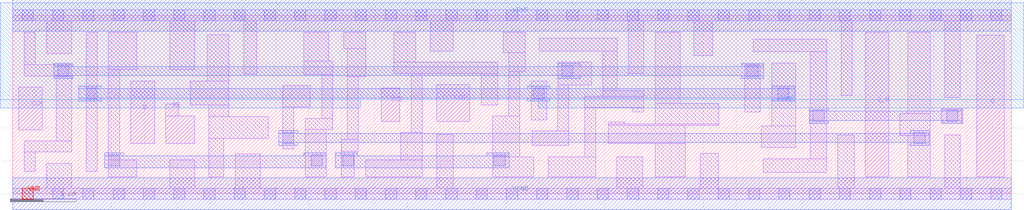
<source format=lef>
# Copyright 2020 The SkyWater PDK Authors
#
# Licensed under the Apache License, Version 2.0 (the "License");
# you may not use this file except in compliance with the License.
# You may obtain a copy of the License at
#
#     https://www.apache.org/licenses/LICENSE-2.0
#
# Unless required by applicable law or agreed to in writing, software
# distributed under the License is distributed on an "AS IS" BASIS,
# WITHOUT WARRANTIES OR CONDITIONS OF ANY KIND, either express or implied.
# See the License for the specific language governing permissions and
# limitations under the License.
#
# SPDX-License-Identifier: Apache-2.0

VERSION 5.7 ;
  NOWIREEXTENSIONATPIN ON ;
  DIVIDERCHAR "/" ;
  BUSBITCHARS "[]" ;
PROPERTYDEFINITIONS
  MACRO maskLayoutSubType STRING ;
  MACRO prCellType STRING ;
  MACRO originalViewName STRING ;
END PROPERTYDEFINITIONS
MACRO sky130_fd_sc_hdll__sedfxbp_1
  CLASS CORE ;
  FOREIGN sky130_fd_sc_hdll__sedfxbp_1 ;
  ORIGIN  0.000000  0.000000 ;
  SIZE  15.18000 BY  2.720000 ;
  SYMMETRY X Y R90 ;
  SITE unithd ;
  PIN CLK
    ANTENNAGATEAREA  0.178200 ;
    DIRECTION INPUT ;
    USE SIGNAL ;
    PORT
      LAYER li1 ;
        RECT 0.095000 0.975000 0.445000 1.625000 ;
    END
  END CLK
  PIN D
    ANTENNAGATEAREA  0.178200 ;
    DIRECTION INPUT ;
    USE SIGNAL ;
    PORT
      LAYER li1 ;
        RECT 1.795000 0.765000 2.155000 1.720000 ;
    END
  END D
  PIN DE
    ANTENNAGATEAREA  0.356400 ;
    DIRECTION INPUT ;
    USE SIGNAL ;
    PORT
      LAYER li1 ;
        RECT 2.325000 0.765000 2.765000 1.185000 ;
        RECT 2.325000 1.185000 2.525000 1.370000 ;
    END
  END DE
  PIN Q
    ANTENNADIFFAREA  0.513250 ;
    DIRECTION OUTPUT ;
    USE SIGNAL ;
    PORT
      LAYER li1 ;
        RECT 14.655000 0.255000 15.070000 2.420000 ;
    END
  END Q
  PIN Q_N
    ANTENNADIFFAREA  0.439000 ;
    DIRECTION OUTPUT ;
    USE SIGNAL ;
    PORT
      LAYER li1 ;
        RECT 12.960000 0.255000 13.315000 2.465000 ;
    END
  END Q_N
  PIN SCD
    ANTENNAGATEAREA  0.178200 ;
    DIRECTION INPUT ;
    USE SIGNAL ;
    PORT
      LAYER li1 ;
        RECT 6.445000 1.105000 6.950000 1.665000 ;
    END
  END SCD
  PIN SCE
    ANTENNAGATEAREA  0.356400 ;
    DIRECTION INPUT ;
    USE SIGNAL ;
    PORT
      LAYER li1 ;
        RECT 5.605000 1.105000 5.885000 1.615000 ;
    END
  END SCE
  PIN VGND
    DIRECTION INOUT ;
    USE GROUND ;
    PORT
      LAYER met1 ;
        RECT 0.000000 -0.240000 15.180000 0.240000 ;
    END
  END VGND
  PIN VNB
    DIRECTION INOUT ;
    USE GROUND ;
    PORT
      LAYER pwell ;
        RECT 0.145000 -0.085000 0.315000 0.085000 ;
    END
  END VNB
  PIN VPB
    DIRECTION INOUT ;
    USE POWER ;
    PORT
      LAYER nwell ;
        RECT -0.190000 1.305000  5.285000 1.435000 ;
        RECT -0.190000 1.435000 15.370000 2.910000 ;
        RECT  7.985000 1.305000 15.370000 1.435000 ;
    END
  END VPB
  PIN VPWR
    DIRECTION INOUT ;
    USE POWER ;
    PORT
      LAYER met1 ;
        RECT 0.000000 2.480000 15.180000 2.960000 ;
    END
  END VPWR
  OBS
    LAYER li1 ;
      RECT  0.000000 -0.085000 15.180000 0.085000 ;
      RECT  0.000000  2.635000 15.180000 2.805000 ;
      RECT  0.175000  0.345000  0.345000 0.635000 ;
      RECT  0.175000  0.635000  0.895000 0.805000 ;
      RECT  0.175000  1.795000  0.895000 1.965000 ;
      RECT  0.175000  1.965000  0.345000 2.465000 ;
      RECT  0.515000  0.085000  0.895000 0.465000 ;
      RECT  0.515000  2.135000  0.895000 2.635000 ;
      RECT  0.665000  0.805000  0.895000 1.795000 ;
      RECT  1.115000  0.345000  1.285000 2.465000 ;
      RECT  1.455000  0.255000  1.885000 0.515000 ;
      RECT  1.455000  0.515000  1.625000 1.890000 ;
      RECT  1.455000  1.890000  1.885000 2.465000 ;
      RECT  2.385000  0.085000  2.765000 0.515000 ;
      RECT  2.385000  1.890000  2.765000 2.635000 ;
      RECT  2.695000  1.355000  3.285000 1.720000 ;
      RECT  2.955000  1.720000  3.285000 2.425000 ;
      RECT  2.980000  0.255000  3.205000 0.845000 ;
      RECT  2.980000  0.845000  3.885000 1.175000 ;
      RECT  2.980000  1.175000  3.285000 1.355000 ;
      RECT  3.385000  0.085000  3.765000 0.610000 ;
      RECT  3.515000  1.825000  3.710000 2.635000 ;
      RECT  4.105000  0.685000  4.275000 1.320000 ;
      RECT  4.105000  1.320000  4.525000 1.650000 ;
      RECT  4.425000  1.820000  4.865000 2.020000 ;
      RECT  4.425000  2.020000  4.805000 2.465000 ;
      RECT  4.445000  0.255000  4.765000 0.980000 ;
      RECT  4.445000  0.980000  4.865000 1.150000 ;
      RECT  4.695000  1.150000  4.865000 1.820000 ;
      RECT  4.995000  0.255000  5.195000 0.645000 ;
      RECT  4.995000  0.645000  5.255000 0.825000 ;
      RECT  5.035000  2.210000  5.365000 2.465000 ;
      RECT  5.085000  0.825000  5.255000 1.785000 ;
      RECT  5.085000  1.785000  5.365000 2.210000 ;
      RECT  5.365000  0.255000  6.225000 0.515000 ;
      RECT  5.790000  1.835000  7.370000 2.005000 ;
      RECT  5.790000  2.005000  6.130000 2.465000 ;
      RECT  5.895000  0.515000  6.225000 0.935000 ;
      RECT  6.055000  0.935000  6.225000 1.835000 ;
      RECT  6.350000  2.175000  6.695000 2.635000 ;
      RECT  6.445000  0.085000  6.695000 0.905000 ;
      RECT  7.120000  1.355000  7.370000 1.835000 ;
      RECT  7.300000  0.255000  7.920000 0.565000 ;
      RECT  7.300000  0.565000  7.710000 1.185000 ;
      RECT  7.460000  2.150000  7.790000 2.465000 ;
      RECT  7.540000  1.185000  7.710000 1.865000 ;
      RECT  7.540000  1.865000  7.790000 2.150000 ;
      RECT  7.880000  1.125000  8.115000 1.720000 ;
      RECT  7.900000  0.735000  8.455000 0.955000 ;
      RECT  8.000000  2.175000  9.190000 2.375000 ;
      RECT  8.140000  0.255000  8.865000 0.565000 ;
      RECT  8.285000  0.955000  8.455000 1.655000 ;
      RECT  8.285000  1.655000  8.800000 2.005000 ;
      RECT  8.695000  0.565000  8.865000 1.315000 ;
      RECT  8.695000  1.315000  9.595000 1.485000 ;
      RECT  8.970000  1.485000  9.595000 1.575000 ;
      RECT  8.970000  1.575000  9.190000 2.175000 ;
      RECT  9.055000  0.765000 10.220000 1.045000 ;
      RECT  9.055000  1.045000 10.730000 1.065000 ;
      RECT  9.055000  1.065000  9.305000 1.095000 ;
      RECT  9.180000  0.085000  9.575000 0.560000 ;
      RECT  9.360000  1.835000  9.595000 2.635000 ;
      RECT  9.425000  1.245000  9.595000 1.315000 ;
      RECT  9.765000  0.255000 10.220000 0.765000 ;
      RECT  9.765000  1.065000 10.730000 1.375000 ;
      RECT  9.765000  1.375000 10.145000 2.465000 ;
      RECT 10.355000  2.105000 10.645000 2.635000 ;
      RECT 10.450000  0.085000 10.725000 0.615000 ;
      RECT 11.125000  1.245000 11.365000 1.965000 ;
      RECT 11.260000  2.165000 12.375000 2.355000 ;
      RECT 11.375000  0.705000 11.905000 1.035000 ;
      RECT 11.410000  0.330000 12.375000 0.535000 ;
      RECT 11.535000  1.035000 11.905000 1.995000 ;
      RECT 12.125000  0.535000 12.375000 2.165000 ;
      RECT 12.545000  0.085000 12.790000 0.900000 ;
      RECT 12.595000  1.495000 12.765000 2.635000 ;
      RECT 13.485000  0.890000 13.945000 1.220000 ;
      RECT 13.605000  0.255000 13.945000 0.890000 ;
      RECT 13.605000  1.220000 13.945000 2.465000 ;
      RECT 14.115000  1.070000 14.445000 1.295000 ;
      RECT 14.165000  0.085000 14.400000 0.900000 ;
      RECT 14.165000  1.465000 14.400000 2.635000 ;
    LAYER mcon ;
      RECT  0.145000 -0.085000  0.315000 0.085000 ;
      RECT  0.145000  2.635000  0.315000 2.805000 ;
      RECT  0.605000 -0.085000  0.775000 0.085000 ;
      RECT  0.605000  2.635000  0.775000 2.805000 ;
      RECT  0.685000  1.785000  0.855000 1.955000 ;
      RECT  1.065000 -0.085000  1.235000 0.085000 ;
      RECT  1.065000  2.635000  1.235000 2.805000 ;
      RECT  1.115000  1.445000  1.285000 1.615000 ;
      RECT  1.455000  0.425000  1.625000 0.595000 ;
      RECT  1.525000 -0.085000  1.695000 0.085000 ;
      RECT  1.525000  2.635000  1.695000 2.805000 ;
      RECT  1.985000 -0.085000  2.155000 0.085000 ;
      RECT  1.985000  2.635000  2.155000 2.805000 ;
      RECT  2.445000 -0.085000  2.615000 0.085000 ;
      RECT  2.445000  2.635000  2.615000 2.805000 ;
      RECT  2.905000 -0.085000  3.075000 0.085000 ;
      RECT  2.905000  2.635000  3.075000 2.805000 ;
      RECT  3.365000 -0.085000  3.535000 0.085000 ;
      RECT  3.365000  2.635000  3.535000 2.805000 ;
      RECT  3.825000 -0.085000  3.995000 0.085000 ;
      RECT  3.825000  2.635000  3.995000 2.805000 ;
      RECT  4.105000  0.765000  4.275000 0.935000 ;
      RECT  4.285000 -0.085000  4.455000 0.085000 ;
      RECT  4.285000  2.635000  4.455000 2.805000 ;
      RECT  4.535000  0.425000  4.705000 0.595000 ;
      RECT  4.745000 -0.085000  4.915000 0.085000 ;
      RECT  4.745000  2.635000  4.915000 2.805000 ;
      RECT  5.015000  0.425000  5.185000 0.595000 ;
      RECT  5.205000 -0.085000  5.375000 0.085000 ;
      RECT  5.205000  2.635000  5.375000 2.805000 ;
      RECT  5.665000 -0.085000  5.835000 0.085000 ;
      RECT  5.665000  2.635000  5.835000 2.805000 ;
      RECT  6.125000 -0.085000  6.295000 0.085000 ;
      RECT  6.125000  2.635000  6.295000 2.805000 ;
      RECT  6.585000 -0.085000  6.755000 0.085000 ;
      RECT  6.585000  2.635000  6.755000 2.805000 ;
      RECT  7.045000 -0.085000  7.215000 0.085000 ;
      RECT  7.045000  2.635000  7.215000 2.805000 ;
      RECT  7.315000  0.425000  7.485000 0.595000 ;
      RECT  7.505000 -0.085000  7.675000 0.085000 ;
      RECT  7.505000  2.635000  7.675000 2.805000 ;
      RECT  7.910000  1.445000  8.080000 1.615000 ;
      RECT  7.965000 -0.085000  8.135000 0.085000 ;
      RECT  7.965000  2.635000  8.135000 2.805000 ;
      RECT  8.345000  1.785000  8.515000 1.955000 ;
      RECT  8.425000 -0.085000  8.595000 0.085000 ;
      RECT  8.425000  2.635000  8.595000 2.805000 ;
      RECT  8.885000 -0.085000  9.055000 0.085000 ;
      RECT  8.885000  2.635000  9.055000 2.805000 ;
      RECT  9.345000 -0.085000  9.515000 0.085000 ;
      RECT  9.345000  2.635000  9.515000 2.805000 ;
      RECT  9.805000 -0.085000  9.975000 0.085000 ;
      RECT  9.805000  2.635000  9.975000 2.805000 ;
      RECT 10.265000 -0.085000 10.435000 0.085000 ;
      RECT 10.265000  2.635000 10.435000 2.805000 ;
      RECT 10.725000 -0.085000 10.895000 0.085000 ;
      RECT 10.725000  2.635000 10.895000 2.805000 ;
      RECT 11.160000  1.785000 11.330000 1.955000 ;
      RECT 11.185000 -0.085000 11.355000 0.085000 ;
      RECT 11.185000  2.635000 11.355000 2.805000 ;
      RECT 11.630000  1.445000 11.800000 1.615000 ;
      RECT 11.645000 -0.085000 11.815000 0.085000 ;
      RECT 11.645000  2.635000 11.815000 2.805000 ;
      RECT 12.105000 -0.085000 12.275000 0.085000 ;
      RECT 12.105000  2.635000 12.275000 2.805000 ;
      RECT 12.165000  1.105000 12.335000 1.275000 ;
      RECT 12.565000 -0.085000 12.735000 0.085000 ;
      RECT 12.565000  2.635000 12.735000 2.805000 ;
      RECT 13.025000 -0.085000 13.195000 0.085000 ;
      RECT 13.025000  2.635000 13.195000 2.805000 ;
      RECT 13.485000 -0.085000 13.655000 0.085000 ;
      RECT 13.485000  2.635000 13.655000 2.805000 ;
      RECT 13.700000  0.765000 13.870000 0.935000 ;
      RECT 13.945000 -0.085000 14.115000 0.085000 ;
      RECT 13.945000  2.635000 14.115000 2.805000 ;
      RECT 14.195000  1.105000 14.365000 1.275000 ;
      RECT 14.405000 -0.085000 14.575000 0.085000 ;
      RECT 14.405000  2.635000 14.575000 2.805000 ;
      RECT 14.865000 -0.085000 15.035000 0.085000 ;
      RECT 14.865000  2.635000 15.035000 2.805000 ;
    LAYER met1 ;
      RECT  0.625000 1.755000  0.915000 1.800000 ;
      RECT  0.625000 1.800000 11.415000 1.940000 ;
      RECT  0.625000 1.940000  0.915000 1.985000 ;
      RECT  1.005000 1.415000  1.345000 1.460000 ;
      RECT  1.005000 1.460000 11.885000 1.600000 ;
      RECT  1.005000 1.600000  1.345000 1.645000 ;
      RECT  1.395000 0.395000  4.765000 0.580000 ;
      RECT  1.395000 0.580000  1.685000 0.625000 ;
      RECT  4.045000 0.735000  4.335000 0.780000 ;
      RECT  4.045000 0.780000 13.930000 0.920000 ;
      RECT  4.045000 0.920000  4.335000 0.965000 ;
      RECT  4.425000 0.580000  4.765000 0.625000 ;
      RECT  4.905000 0.395000  7.545000 0.580000 ;
      RECT  4.905000 0.580000  5.245000 0.625000 ;
      RECT  7.205000 0.580000  7.545000 0.625000 ;
      RECT  7.825000 1.415000  8.165000 1.460000 ;
      RECT  7.825000 1.600000  8.165000 1.645000 ;
      RECT  8.285000 1.755000  8.625000 1.800000 ;
      RECT  8.285000 1.940000  8.625000 1.985000 ;
      RECT 11.075000 1.755000 11.415000 1.800000 ;
      RECT 11.075000 1.940000 11.415000 1.985000 ;
      RECT 11.545000 1.415000 11.885000 1.460000 ;
      RECT 11.545000 1.600000 11.885000 1.645000 ;
      RECT 12.105000 1.075000 12.395000 1.120000 ;
      RECT 12.105000 1.120000 14.425000 1.260000 ;
      RECT 12.105000 1.260000 12.395000 1.305000 ;
      RECT 13.640000 0.735000 13.930000 0.780000 ;
      RECT 13.640000 0.920000 13.930000 0.965000 ;
      RECT 14.135000 1.075000 14.425000 1.120000 ;
      RECT 14.135000 1.260000 14.425000 1.305000 ;
  END
  PROPERTY maskLayoutSubType "abstract" ;
  PROPERTY prCellType "standard" ;
  PROPERTY originalViewName "layout" ;
END sky130_fd_sc_hdll__sedfxbp_1
END LIBRARY

</source>
